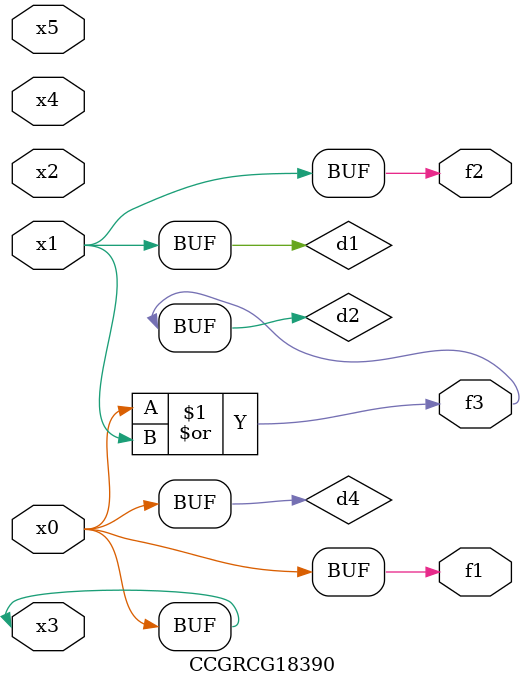
<source format=v>
module CCGRCG18390(
	input x0, x1, x2, x3, x4, x5,
	output f1, f2, f3
);

	wire d1, d2, d3, d4;

	and (d1, x1);
	or (d2, x0, x1);
	nand (d3, x0, x5);
	buf (d4, x0, x3);
	assign f1 = d4;
	assign f2 = d1;
	assign f3 = d2;
endmodule

</source>
